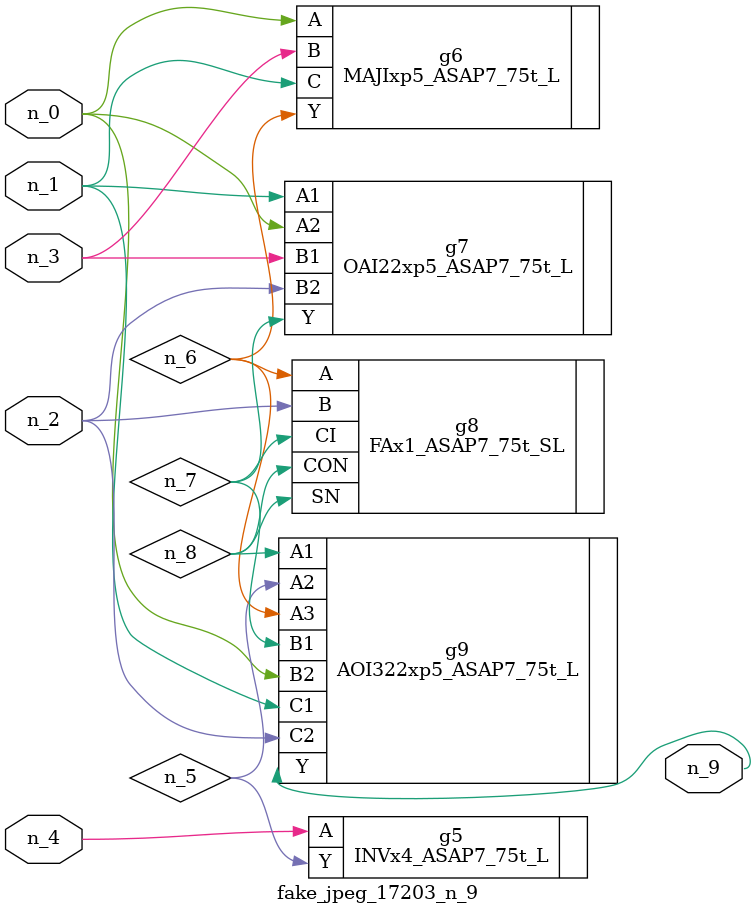
<source format=v>
module fake_jpeg_17203_n_9 (n_3, n_2, n_1, n_0, n_4, n_9);

input n_3;
input n_2;
input n_1;
input n_0;
input n_4;

output n_9;

wire n_8;
wire n_6;
wire n_5;
wire n_7;

INVx4_ASAP7_75t_L g5 ( 
.A(n_4),
.Y(n_5)
);

MAJIxp5_ASAP7_75t_L g6 ( 
.A(n_0),
.B(n_3),
.C(n_1),
.Y(n_6)
);

OAI22xp5_ASAP7_75t_L g7 ( 
.A1(n_1),
.A2(n_0),
.B1(n_3),
.B2(n_2),
.Y(n_7)
);

FAx1_ASAP7_75t_SL g8 ( 
.A(n_6),
.B(n_2),
.CI(n_7),
.CON(n_8),
.SN(n_8)
);

AOI322xp5_ASAP7_75t_L g9 ( 
.A1(n_8),
.A2(n_5),
.A3(n_6),
.B1(n_7),
.B2(n_0),
.C1(n_1),
.C2(n_2),
.Y(n_9)
);


endmodule
</source>
